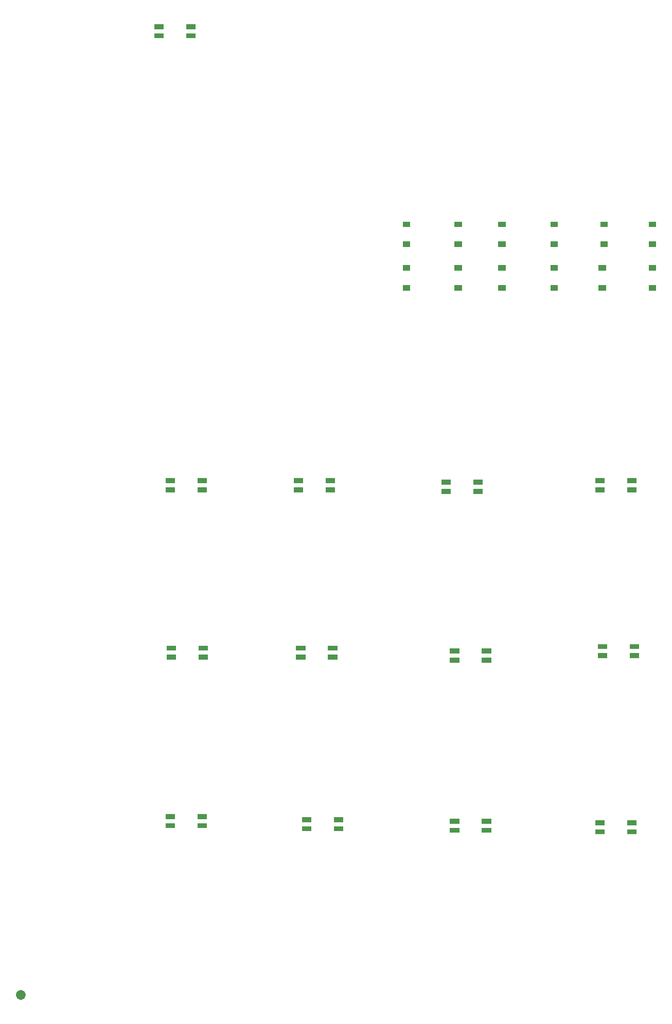
<source format=gbr>
%TF.GenerationSoftware,Flux,Pcbnew,9.0.6-9.0.6~ubuntu22.04.1*%
%TF.CreationDate,2025-12-12T06:51:16+00:00*%
%TF.ProjectId,input,696e7075-742e-46b6-9963-61645f706362,rev?*%
%TF.SameCoordinates,Original*%
%TF.FileFunction,Paste,Top*%
%TF.FilePolarity,Positive*%
%FSLAX46Y46*%
G04 Gerber Fmt 4.6, Leading zero omitted, Abs format (unit mm)*
G04 Filename: macropad*
G04 Build it with Flux! Visit our site at: https://www.flux.ai (PCBNEW 9.0.6-9.0.6~ubuntu22.04.1) date 2025-12-12 06:51:16*
%MOMM*%
%LPD*%
G01*
G04 APERTURE LIST*
%ADD10C,0.000000*%
G04 APERTURE END LIST*
D10*
%TO.C,*%
G36*
X-61705368Y-82936059D02*
G01*
X-61524505Y-83040480D01*
X-61376831Y-83188153D01*
X-61272410Y-83369015D01*
X-61218358Y-83570741D01*
X-61218358Y-83779583D01*
X-61272410Y-83981309D01*
X-61376830Y-84162171D01*
X-61524504Y-84309845D01*
X-61705366Y-84414266D01*
X-61907092Y-84468318D01*
X-62115934Y-84468319D01*
X-62317660Y-84414267D01*
X-62498522Y-84309846D01*
X-62646196Y-84162172D01*
X-62750617Y-83981310D01*
X-62804669Y-83779584D01*
X-62804670Y-83570743D01*
X-62750617Y-83369017D01*
X-62646197Y-83188154D01*
X-62498523Y-83040481D01*
X-62317661Y-82936059D01*
X-62115935Y-82882007D01*
X-61907093Y-82882007D01*
X-61705368Y-82936059D01*
G37*
G36*
X26367158Y42641227D02*
G01*
X25147158Y42641226D01*
X25147157Y43551226D01*
X26367157Y43551227D01*
X26367158Y42641227D01*
G37*
G36*
X26367161Y39361227D02*
G01*
X25147161Y39361226D01*
X25147160Y40271226D01*
X26367160Y40271227D01*
X26367161Y39361227D01*
G37*
G36*
X34284265Y35449435D02*
G01*
X33064265Y35449434D01*
X33064264Y36359434D01*
X34284264Y36359435D01*
X34284265Y35449435D01*
G37*
G36*
X34284268Y32169435D02*
G01*
X33064268Y32169434D01*
X33064267Y33079434D01*
X34284267Y33079435D01*
X34284268Y32169435D01*
G37*
G36*
X-9933376Y-26213397D02*
G01*
X-9933373Y-27033397D01*
X-9934373Y-27034397D01*
X-11480373Y-27034404D01*
X-11481373Y-27033404D01*
X-11481376Y-26213404D01*
X-11480376Y-26212404D01*
X-9934376Y-26212397D01*
X-9933376Y-26213397D01*
G37*
G36*
X-15187376Y-26213422D02*
G01*
X-15187373Y-27033422D01*
X-15188373Y-27034422D01*
X-16734373Y-27034429D01*
X-16735373Y-27033429D01*
X-16735376Y-26213429D01*
X-16734376Y-26212429D01*
X-15188376Y-26212422D01*
X-15187376Y-26213422D01*
G37*
G36*
X-15187369Y-27713422D02*
G01*
X-15187365Y-28533422D01*
X-15188365Y-28534422D01*
X-16734365Y-28534429D01*
X-16735365Y-28533429D01*
X-16735369Y-27713429D01*
X-16734369Y-27712429D01*
X-15188369Y-27712422D01*
X-15187369Y-27713422D01*
G37*
G36*
X-9933369Y-27713397D02*
G01*
X-9933365Y-28533397D01*
X-9934365Y-28534397D01*
X-11480365Y-28534404D01*
X-11481365Y-28533404D01*
X-11481369Y-27713404D01*
X-11480369Y-27712404D01*
X-9934369Y-27712397D01*
X-9933369Y-27713397D01*
G37*
G36*
X17769765Y35449419D02*
G01*
X16549765Y35449417D01*
X16549764Y36359417D01*
X17769764Y36359419D01*
X17769765Y35449419D01*
G37*
G36*
X17769768Y32169419D02*
G01*
X16549768Y32169417D01*
X16549767Y33079417D01*
X17769767Y33079419D01*
X17769768Y32169419D01*
G37*
G36*
X-31385704Y1307481D02*
G01*
X-31385701Y487481D01*
X-31386701Y486481D01*
X-32932701Y486474D01*
X-32933701Y487474D01*
X-32933704Y1307474D01*
X-32932704Y1308474D01*
X-31386704Y1308481D01*
X-31385704Y1307481D01*
G37*
G36*
X-36639704Y1307456D02*
G01*
X-36639701Y487456D01*
X-36640701Y486456D01*
X-38186701Y486449D01*
X-38187701Y487449D01*
X-38187704Y1307449D01*
X-38186704Y1308449D01*
X-36640704Y1308456D01*
X-36639704Y1307456D01*
G37*
G36*
X-36639697Y-192544D02*
G01*
X-36639694Y-1012544D01*
X-36640694Y-1013544D01*
X-38186694Y-1013551D01*
X-38187694Y-1012551D01*
X-38187697Y-192551D01*
X-38186697Y-191551D01*
X-36640697Y-191544D01*
X-36639697Y-192544D01*
G37*
G36*
X-31385697Y-192519D02*
G01*
X-31385694Y-1012519D01*
X-31386694Y-1013519D01*
X-32932694Y-1013526D01*
X-32933694Y-1012526D01*
X-32933697Y-192526D01*
X-32932697Y-191526D01*
X-31386697Y-191519D01*
X-31385697Y-192519D01*
G37*
G36*
X26367165Y35449427D02*
G01*
X25147165Y35449426D01*
X25147164Y36359426D01*
X26367164Y36359427D01*
X26367165Y35449427D01*
G37*
G36*
X26367168Y32169427D02*
G01*
X25147168Y32169426D01*
X25147167Y33079426D01*
X26367167Y33079427D01*
X26367168Y32169427D01*
G37*
G36*
X10574358Y42641211D02*
G01*
X9354358Y42641210D01*
X9354357Y43551210D01*
X10574357Y43551211D01*
X10574358Y42641211D01*
G37*
G36*
X10574361Y39361211D02*
G01*
X9354361Y39361210D01*
X9354360Y40271210D01*
X10574360Y40271211D01*
X10574361Y39361211D01*
G37*
G36*
X15385553Y-54688071D02*
G01*
X15385557Y-55508071D01*
X15384557Y-55509071D01*
X13838557Y-55509079D01*
X13837557Y-55508079D01*
X13837553Y-54688079D01*
X13838553Y-54687079D01*
X15384553Y-54687071D01*
X15385553Y-54688071D01*
G37*
G36*
X10131553Y-54688096D02*
G01*
X10131557Y-55508096D01*
X10130557Y-55509096D01*
X8584557Y-55509103D01*
X8583557Y-55508103D01*
X8583553Y-54688103D01*
X8584553Y-54687103D01*
X10130553Y-54687096D01*
X10131553Y-54688096D01*
G37*
G36*
X10131560Y-56188096D02*
G01*
X10131564Y-57008096D01*
X10130564Y-57009096D01*
X8584564Y-57009103D01*
X8583564Y-57008103D01*
X8583560Y-56188103D01*
X8584560Y-56187103D01*
X10130560Y-56187096D01*
X10131560Y-56188096D01*
G37*
G36*
X15385560Y-56188071D02*
G01*
X15385564Y-57008071D01*
X15384564Y-57009071D01*
X13838564Y-57009079D01*
X13837564Y-57008079D01*
X13837560Y-56188079D01*
X13838560Y-56187079D01*
X15384560Y-56187071D01*
X15385560Y-56188071D01*
G37*
G36*
X42504365Y35449444D02*
G01*
X41284365Y35449443D01*
X41284364Y36359443D01*
X42504364Y36359444D01*
X42504365Y35449444D01*
G37*
G36*
X42504368Y32169444D02*
G01*
X41284368Y32169443D01*
X41284367Y33079443D01*
X42504367Y33079444D01*
X42504368Y32169444D01*
G37*
G36*
X2041765Y35449403D02*
G01*
X821765Y35449401D01*
X821764Y36359401D01*
X2041764Y36359403D01*
X2041765Y35449403D01*
G37*
G36*
X2041768Y32169403D02*
G01*
X821768Y32169401D01*
X821767Y33079401D01*
X2041767Y33079403D01*
X2041768Y32169403D01*
G37*
G36*
X2041758Y42641203D02*
G01*
X821758Y42641201D01*
X821757Y43551201D01*
X2041757Y43551203D01*
X2041758Y42641203D01*
G37*
G36*
X2041761Y39361203D02*
G01*
X821761Y39361201D01*
X821760Y40271201D01*
X2041760Y40271203D01*
X2041761Y39361203D01*
G37*
G36*
X34587258Y42641236D02*
G01*
X33367258Y42641235D01*
X33367257Y43551235D01*
X34587257Y43551236D01*
X34587258Y42641236D01*
G37*
G36*
X34587261Y39361236D02*
G01*
X33367261Y39361235D01*
X33367260Y40271235D01*
X34587260Y40271236D01*
X34587261Y39361236D01*
G37*
G36*
X39284253Y-54938147D02*
G01*
X39284257Y-55758147D01*
X39283257Y-55759147D01*
X37737257Y-55759154D01*
X37736257Y-55758154D01*
X37736253Y-54938154D01*
X37737253Y-54937154D01*
X39283253Y-54937147D01*
X39284253Y-54938147D01*
G37*
G36*
X34030253Y-54938172D02*
G01*
X34030257Y-55758172D01*
X34029257Y-55759172D01*
X32483257Y-55759179D01*
X32482257Y-55758179D01*
X32482253Y-54938179D01*
X32483253Y-54937179D01*
X34029253Y-54937172D01*
X34030253Y-54938172D01*
G37*
G36*
X34030260Y-56438172D02*
G01*
X34030264Y-57258172D01*
X34029264Y-57259172D01*
X32483264Y-57259179D01*
X32482264Y-57258179D01*
X32482260Y-56438179D01*
X32483260Y-56437179D01*
X34029260Y-56437172D01*
X34030260Y-56438172D01*
G37*
G36*
X39284260Y-56438147D02*
G01*
X39284264Y-57258147D01*
X39283264Y-57259147D01*
X37737264Y-57259154D01*
X37736264Y-57258154D01*
X37736260Y-56438154D01*
X37737260Y-56437154D01*
X39283260Y-56437147D01*
X39284260Y-56438147D01*
G37*
G36*
X39747123Y-25963446D02*
G01*
X39747127Y-26783446D01*
X39746127Y-26784446D01*
X38200127Y-26784454D01*
X38199127Y-26783454D01*
X38199123Y-25963454D01*
X38200123Y-25962454D01*
X39746123Y-25962446D01*
X39747123Y-25963446D01*
G37*
G36*
X34493123Y-25963471D02*
G01*
X34493127Y-26783471D01*
X34492127Y-26784471D01*
X32946127Y-26784478D01*
X32945127Y-26783478D01*
X32945123Y-25963478D01*
X32946123Y-25962478D01*
X34492123Y-25962471D01*
X34493123Y-25963471D01*
G37*
G36*
X34493130Y-27463471D02*
G01*
X34493134Y-28283471D01*
X34492134Y-28284471D01*
X32946134Y-28284478D01*
X32945134Y-28283478D01*
X32945130Y-27463478D01*
X32946130Y-27462478D01*
X34492130Y-27462471D01*
X34493130Y-27463471D01*
G37*
G36*
X39747130Y-27463446D02*
G01*
X39747134Y-28283446D01*
X39746134Y-28284446D01*
X38200134Y-28284454D01*
X38199134Y-28283454D01*
X38199130Y-27463454D01*
X38200130Y-27462454D01*
X39746130Y-27462446D01*
X39747130Y-27463446D01*
G37*
G36*
X42504358Y42641244D02*
G01*
X41284358Y42641243D01*
X41284357Y43551243D01*
X42504357Y43551244D01*
X42504358Y42641244D01*
G37*
G36*
X42504361Y39361244D02*
G01*
X41284361Y39361243D01*
X41284360Y40271243D01*
X42504360Y40271244D01*
X42504361Y39361244D01*
G37*
G36*
X14007496Y1057427D02*
G01*
X14007500Y237427D01*
X14006500Y236427D01*
X12460500Y236420D01*
X12459500Y237420D01*
X12459496Y1057420D01*
X12460496Y1058420D01*
X14006496Y1058427D01*
X14007496Y1057427D01*
G37*
G36*
X8753496Y1057403D02*
G01*
X8753500Y237403D01*
X8752500Y236403D01*
X7206500Y236395D01*
X7205500Y237395D01*
X7205496Y1057395D01*
X7206496Y1058395D01*
X8752496Y1058403D01*
X8753496Y1057403D01*
G37*
G36*
X8753503Y-442597D02*
G01*
X8753507Y-1262597D01*
X8752507Y-1263597D01*
X7206507Y-1263605D01*
X7205507Y-1262605D01*
X7205503Y-442605D01*
X7206503Y-441605D01*
X8752503Y-441597D01*
X8753503Y-442597D01*
G37*
G36*
X14007503Y-442573D02*
G01*
X14007507Y-1262573D01*
X14006507Y-1263573D01*
X12460507Y-1263580D01*
X12459507Y-1262580D01*
X12459503Y-442580D01*
X12460503Y-441580D01*
X14006503Y-441573D01*
X14007503Y-442573D01*
G37*
G36*
X39284296Y1307453D02*
G01*
X39284299Y487453D01*
X39283299Y486453D01*
X37737299Y486446D01*
X37736299Y487446D01*
X37736296Y1307446D01*
X37737296Y1308446D01*
X39283296Y1308453D01*
X39284296Y1307453D01*
G37*
G36*
X34030296Y1307428D02*
G01*
X34030299Y487428D01*
X34029299Y486428D01*
X32483299Y486421D01*
X32482299Y487421D01*
X32482296Y1307421D01*
X32483296Y1308421D01*
X34029296Y1308428D01*
X34030296Y1307428D01*
G37*
G36*
X34030303Y-192572D02*
G01*
X34030306Y-1012572D01*
X34029306Y-1013572D01*
X32483306Y-1013579D01*
X32482306Y-1012579D01*
X32482303Y-192579D01*
X32483303Y-191579D01*
X34029303Y-191572D01*
X34030303Y-192572D01*
G37*
G36*
X39284303Y-192547D02*
G01*
X39284306Y-1012547D01*
X39283306Y-1013547D01*
X37737306Y-1013554D01*
X37736306Y-1012554D01*
X37736303Y-192554D01*
X37737303Y-191554D01*
X39283303Y-191547D01*
X39284303Y-192547D01*
G37*
G36*
X10574365Y35449411D02*
G01*
X9354365Y35449410D01*
X9354364Y36359410D01*
X10574364Y36359411D01*
X10574365Y35449411D01*
G37*
G36*
X10574368Y32169411D02*
G01*
X9354368Y32169410D01*
X9354367Y33079410D01*
X10574367Y33079411D01*
X10574368Y32169411D01*
G37*
G36*
X15385524Y-26713471D02*
G01*
X15385528Y-27533471D01*
X15384528Y-27534471D01*
X13838528Y-27534479D01*
X13837528Y-27533479D01*
X13837524Y-26713479D01*
X13838524Y-26712479D01*
X15384524Y-26712471D01*
X15385524Y-26713471D01*
G37*
G36*
X10131524Y-26713496D02*
G01*
X10131528Y-27533496D01*
X10130528Y-27534496D01*
X8584528Y-27534503D01*
X8583528Y-27533503D01*
X8583524Y-26713503D01*
X8584524Y-26712503D01*
X10130524Y-26712496D01*
X10131524Y-26713496D01*
G37*
G36*
X10131531Y-28213496D02*
G01*
X10131535Y-29033496D01*
X10130535Y-29034496D01*
X8584535Y-29034503D01*
X8583535Y-29033503D01*
X8583531Y-28213503D01*
X8584531Y-28212503D01*
X10130531Y-28212496D01*
X10131531Y-28213496D01*
G37*
G36*
X15385531Y-28213471D02*
G01*
X15385535Y-29033471D01*
X15384535Y-29034471D01*
X13838535Y-29034479D01*
X13837535Y-29033479D01*
X13837531Y-28213479D01*
X13838531Y-28212479D01*
X15384531Y-28212471D01*
X15385531Y-28213471D01*
G37*
G36*
X-8937448Y-54438196D02*
G01*
X-8937444Y-55258196D01*
X-8938444Y-55259196D01*
X-10484444Y-55259203D01*
X-10485444Y-55258203D01*
X-10485448Y-54438203D01*
X-10484448Y-54437203D01*
X-8938448Y-54437196D01*
X-8937448Y-54438196D01*
G37*
G36*
X-14191448Y-54438221D02*
G01*
X-14191444Y-55258221D01*
X-14192444Y-55259221D01*
X-15738444Y-55259228D01*
X-15739444Y-55258228D01*
X-15739448Y-54438228D01*
X-15738448Y-54437228D01*
X-14192448Y-54437221D01*
X-14191448Y-54438221D01*
G37*
G36*
X-14191441Y-55938221D02*
G01*
X-14191437Y-56758221D01*
X-14192437Y-56759221D01*
X-15738437Y-56759228D01*
X-15739437Y-56758228D01*
X-15739441Y-55938228D01*
X-15738441Y-55937228D01*
X-14192441Y-55937221D01*
X-14191441Y-55938221D01*
G37*
G36*
X-8937441Y-55938196D02*
G01*
X-8937437Y-56758196D01*
X-8938437Y-56759196D01*
X-10484437Y-56759203D01*
X-10485437Y-56758203D01*
X-10485441Y-55938203D01*
X-10484441Y-55937203D01*
X-8938441Y-55937196D01*
X-8937441Y-55938196D01*
G37*
G36*
X-33271881Y76040179D02*
G01*
X-33271877Y75220179D01*
X-33272877Y75219179D01*
X-34818877Y75219172D01*
X-34819877Y75220172D01*
X-34819881Y76040172D01*
X-34818881Y76041172D01*
X-33272881Y76041179D01*
X-33271881Y76040179D01*
G37*
G36*
X-38525881Y76040154D02*
G01*
X-38525877Y75220154D01*
X-38526877Y75219154D01*
X-40072877Y75219147D01*
X-40073877Y75220147D01*
X-40073881Y76040147D01*
X-40072881Y76041147D01*
X-38526881Y76041154D01*
X-38525881Y76040154D01*
G37*
G36*
X-38525874Y74540154D02*
G01*
X-38525870Y73720154D01*
X-38526870Y73719154D01*
X-40072870Y73719147D01*
X-40073870Y73720147D01*
X-40073874Y74540147D01*
X-40072874Y74541147D01*
X-38526874Y74541154D01*
X-38525874Y74540154D01*
G37*
G36*
X-33271874Y74540179D02*
G01*
X-33271870Y73720179D01*
X-33272870Y73719179D01*
X-34818870Y73719172D01*
X-34819870Y73720172D01*
X-34819874Y74540172D01*
X-34818874Y74541172D01*
X-33272874Y74541179D01*
X-33271874Y74540179D01*
G37*
G36*
X-10315404Y1307503D02*
G01*
X-10315401Y487503D01*
X-10316401Y486503D01*
X-11862401Y486495D01*
X-11863401Y487495D01*
X-11863404Y1307495D01*
X-11862404Y1308495D01*
X-10316404Y1308503D01*
X-10315404Y1307503D01*
G37*
G36*
X-15569404Y1307478D02*
G01*
X-15569401Y487478D01*
X-15570401Y486478D01*
X-17116401Y486471D01*
X-17117401Y487471D01*
X-17117404Y1307471D01*
X-17116404Y1308471D01*
X-15570404Y1308478D01*
X-15569404Y1307478D01*
G37*
G36*
X-15569397Y-192522D02*
G01*
X-15569394Y-1012522D01*
X-15570394Y-1013522D01*
X-17116394Y-1013529D01*
X-17117394Y-1012529D01*
X-17117397Y-192529D01*
X-17116397Y-191529D01*
X-15570397Y-191522D01*
X-15569397Y-192522D01*
G37*
G36*
X-10315397Y-192497D02*
G01*
X-10315394Y-1012497D01*
X-10316394Y-1013497D01*
X-11862394Y-1013505D01*
X-11863394Y-1012505D01*
X-11863397Y-192505D01*
X-11862397Y-191505D01*
X-10316397Y-191497D01*
X-10315397Y-192497D01*
G37*
G36*
X-31385748Y-53938119D02*
G01*
X-31385744Y-54758119D01*
X-31386744Y-54759119D01*
X-32932744Y-54759126D01*
X-32933744Y-54758126D01*
X-32933748Y-53938126D01*
X-32932748Y-53937126D01*
X-31386748Y-53937119D01*
X-31385748Y-53938119D01*
G37*
G36*
X-36639748Y-53938144D02*
G01*
X-36639744Y-54758144D01*
X-36640744Y-54759144D01*
X-38186744Y-54759151D01*
X-38187744Y-54758151D01*
X-38187748Y-53938151D01*
X-38186748Y-53937151D01*
X-36640748Y-53937144D01*
X-36639748Y-53938144D01*
G37*
G36*
X-36639741Y-55438144D02*
G01*
X-36639737Y-56258144D01*
X-36640737Y-56259144D01*
X-38186737Y-56259151D01*
X-38187737Y-56258151D01*
X-38187741Y-55438151D01*
X-38186741Y-55437151D01*
X-36640741Y-55437144D01*
X-36639741Y-55438144D01*
G37*
G36*
X-31385741Y-55438119D02*
G01*
X-31385737Y-56258119D01*
X-31386737Y-56259119D01*
X-32932737Y-56259126D01*
X-32933737Y-56258126D01*
X-32933741Y-55438126D01*
X-32932741Y-55437126D01*
X-31386741Y-55437119D01*
X-31385741Y-55438119D01*
G37*
G36*
X17769758Y42641219D02*
G01*
X16549758Y42641217D01*
X16549757Y43551217D01*
X17769757Y43551219D01*
X17769758Y42641219D01*
G37*
G36*
X17769761Y39361219D02*
G01*
X16549761Y39361217D01*
X16549760Y40271217D01*
X17769760Y40271219D01*
X17769761Y39361219D01*
G37*
G36*
X-31220376Y-26213419D02*
G01*
X-31220373Y-27033419D01*
X-31221373Y-27034419D01*
X-32767373Y-27034426D01*
X-32768373Y-27033426D01*
X-32768376Y-26213426D01*
X-32767376Y-26212426D01*
X-31221376Y-26212419D01*
X-31220376Y-26213419D01*
G37*
G36*
X-36474376Y-26213443D02*
G01*
X-36474373Y-27033443D01*
X-36475373Y-27034443D01*
X-38021373Y-27034451D01*
X-38022373Y-27033451D01*
X-38022376Y-26213451D01*
X-38021376Y-26212451D01*
X-36475376Y-26212443D01*
X-36474376Y-26213443D01*
G37*
G36*
X-36474369Y-27713443D02*
G01*
X-36474365Y-28533443D01*
X-36475365Y-28534443D01*
X-38021365Y-28534451D01*
X-38022365Y-28533451D01*
X-38022369Y-27713451D01*
X-38021369Y-27712451D01*
X-36475369Y-27712443D01*
X-36474369Y-27713443D01*
G37*
G36*
X-31220369Y-27713419D02*
G01*
X-31220365Y-28533419D01*
X-31221365Y-28534419D01*
X-32767365Y-28534426D01*
X-32768365Y-28533426D01*
X-32768369Y-27713426D01*
X-32767369Y-27712426D01*
X-31221369Y-27712419D01*
X-31220369Y-27713419D01*
G37*
%TD*%
M02*

</source>
